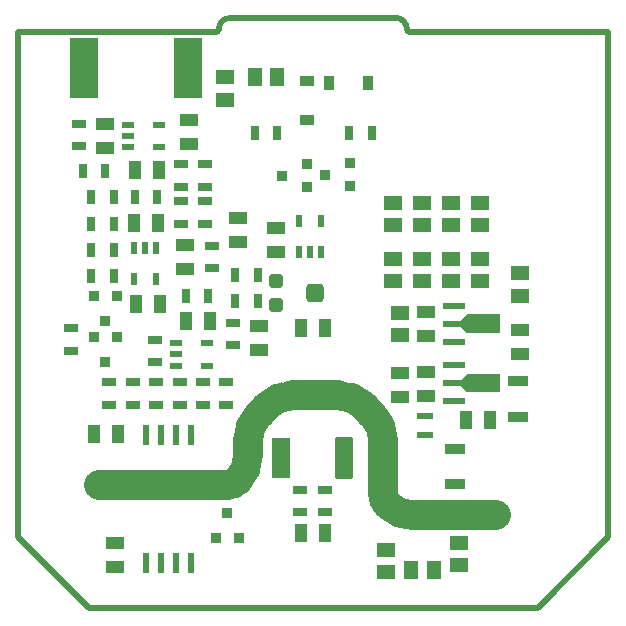
<source format=gtp>
G04*
G04 #@! TF.GenerationSoftware,Altium Limited,CircuitStudio,1.5.2 (30)*
G04*
G04 Layer_Color=7318015*
%FSLAX44Y44*%
%MOMM*%
G71*
G01*
G75*
%ADD10R,1.6000X1.3000*%
%ADD11R,0.6000X1.0000*%
%ADD12R,2.4130X5.0800*%
%ADD13R,1.0000X1.5240*%
%ADD14R,0.2500X0.2500*%
%ADD15R,1.8900X0.5400*%
%ADD16R,1.3000X1.6000*%
%ADD17R,1.3000X0.7000*%
%ADD18R,0.7000X1.3000*%
%ADD19R,0.8128X0.9144*%
%ADD20R,0.9144X0.8128*%
%ADD21R,1.5240X1.0000*%
%ADD22R,1.0000X0.6000*%
%ADD23R,0.9100X1.2200*%
%ADD24R,1.7020X0.9140*%
%ADD25R,1.4000X0.6000*%
%ADD26R,1.4500X0.6000*%
G04:AMPARAMS|DCode=27|XSize=1.6mm|YSize=3.5mm|CornerRadius=0.2mm|HoleSize=0mm|Usage=FLASHONLY|Rotation=0.000|XOffset=0mm|YOffset=0mm|HoleType=Round|Shape=RoundedRectangle|*
%AMROUNDEDRECTD27*
21,1,1.6000,3.1000,0,0,0.0*
21,1,1.2000,3.5000,0,0,0.0*
1,1,0.4000,0.6000,-1.5500*
1,1,0.4000,-0.6000,-1.5500*
1,1,0.4000,-0.6000,1.5500*
1,1,0.4000,0.6000,1.5500*
%
%ADD27ROUNDEDRECTD27*%
%ADD28R,1.6000X3.5000*%
%ADD29R,1.2200X0.9100*%
G04:AMPARAMS|DCode=30|XSize=1.2mm|YSize=1.2mm|CornerRadius=0.3mm|HoleSize=0mm|Usage=FLASHONLY|Rotation=270.000|XOffset=0mm|YOffset=0mm|HoleType=Round|Shape=RoundedRectangle|*
%AMROUNDEDRECTD30*
21,1,1.2000,0.6000,0,0,270.0*
21,1,0.6000,1.2000,0,0,270.0*
1,1,0.6000,-0.3000,-0.3000*
1,1,0.6000,-0.3000,0.3000*
1,1,0.6000,0.3000,0.3000*
1,1,0.6000,0.3000,-0.3000*
%
%ADD30ROUNDEDRECTD30*%
G04:AMPARAMS|DCode=31|XSize=1.6mm|YSize=1.5mm|CornerRadius=0.375mm|HoleSize=0mm|Usage=FLASHONLY|Rotation=270.000|XOffset=0mm|YOffset=0mm|HoleType=Round|Shape=RoundedRectangle|*
%AMROUNDEDRECTD31*
21,1,1.6000,0.7500,0,0,270.0*
21,1,0.8500,1.5000,0,0,270.0*
1,1,0.7500,-0.3750,-0.4250*
1,1,0.7500,-0.3750,0.4250*
1,1,0.7500,0.3750,0.4250*
1,1,0.7500,0.3750,-0.4250*
%
%ADD31ROUNDEDRECTD31*%
%ADD32R,0.6000X1.8000*%
%ADD33C,0.5000*%
%ADD36C,2.5000*%
G36*
X590750Y532750D02*
X562750Y532750D01*
X557500Y538000D01*
X542250Y538000D01*
Y543500D01*
X557500Y543500D01*
X562750Y548750D01*
X590750Y548750D01*
Y532750D01*
D02*
G37*
G36*
Y582750D02*
X562750Y582750D01*
X557500Y588000D01*
X542250Y588000D01*
Y593500D01*
X557500Y593500D01*
X562750Y598750D01*
X590750Y598750D01*
Y582750D01*
D02*
G37*
D10*
X556000Y405500D02*
D03*
Y386500D02*
D03*
X549020Y674210D02*
D03*
Y693210D02*
D03*
X573597Y674210D02*
D03*
Y693210D02*
D03*
X524443Y674210D02*
D03*
Y693210D02*
D03*
X499867Y674210D02*
D03*
Y693210D02*
D03*
X505840Y581250D02*
D03*
Y600250D02*
D03*
X549020Y645710D02*
D03*
Y626710D02*
D03*
X573597Y645710D02*
D03*
Y626710D02*
D03*
X524443Y645710D02*
D03*
Y626710D02*
D03*
X499867Y645710D02*
D03*
Y626710D02*
D03*
X357500Y799500D02*
D03*
Y780500D02*
D03*
X494000Y380500D02*
D03*
Y399500D02*
D03*
X607500Y633500D02*
D03*
Y614500D02*
D03*
D11*
X420500Y678002D02*
D03*
X439499D02*
D03*
Y651998D02*
D03*
X430000D02*
D03*
X420500D02*
D03*
X299499Y655002D02*
D03*
X290000D02*
D03*
X280500D02*
D03*
Y628998D02*
D03*
X299499D02*
D03*
D12*
X238685Y807000D02*
D03*
X326315D02*
D03*
D13*
X422340Y414000D02*
D03*
X442660D02*
D03*
X280840Y676000D02*
D03*
X301160D02*
D03*
X324590Y593000D02*
D03*
X344910D02*
D03*
X281270Y720730D02*
D03*
X301590D02*
D03*
X247340Y497500D02*
D03*
X267660D02*
D03*
X562090Y509750D02*
D03*
X582410D02*
D03*
X282840Y607500D02*
D03*
X303160D02*
D03*
X422340Y587500D02*
D03*
X442660D02*
D03*
D14*
X582750Y590750D02*
D03*
Y540750D02*
D03*
D15*
X551750Y575750D02*
D03*
Y605750D02*
D03*
Y525750D02*
D03*
Y555750D02*
D03*
D16*
X383000Y800000D02*
D03*
X402000D02*
D03*
X534500Y382000D02*
D03*
X515500D02*
D03*
D17*
X359000Y541250D02*
D03*
Y522250D02*
D03*
X260000Y541250D02*
D03*
Y522250D02*
D03*
X339200Y541250D02*
D03*
Y522250D02*
D03*
X279800Y541250D02*
D03*
Y522250D02*
D03*
X299000Y577500D02*
D03*
Y558500D02*
D03*
X442500Y431500D02*
D03*
Y450500D02*
D03*
X321000Y675500D02*
D03*
Y694500D02*
D03*
X319400Y541250D02*
D03*
Y522250D02*
D03*
X321000Y726000D02*
D03*
Y707000D02*
D03*
X341000Y726000D02*
D03*
Y707000D02*
D03*
X365000Y591500D02*
D03*
Y572500D02*
D03*
X299600Y541250D02*
D03*
Y522250D02*
D03*
X421500Y431500D02*
D03*
Y450500D02*
D03*
X227500Y587000D02*
D03*
Y568000D02*
D03*
X341000Y675500D02*
D03*
Y694500D02*
D03*
X234250Y760250D02*
D03*
Y741250D02*
D03*
X347000Y638000D02*
D03*
Y657000D02*
D03*
D18*
X300500Y698000D02*
D03*
X281500D02*
D03*
X263500Y631000D02*
D03*
X244500D02*
D03*
X263500Y675667D02*
D03*
X244500D02*
D03*
X263500Y698000D02*
D03*
X244500D02*
D03*
X383000Y752000D02*
D03*
X402000D02*
D03*
X263500Y653333D02*
D03*
X244500D02*
D03*
X237549Y719790D02*
D03*
X256549D02*
D03*
X463000Y752000D02*
D03*
X482000D02*
D03*
X366500Y610000D02*
D03*
X385500D02*
D03*
Y632000D02*
D03*
X366500D02*
D03*
X343500Y614000D02*
D03*
X324500D02*
D03*
D19*
X359924Y430588D02*
D03*
X369576Y409412D02*
D03*
X350424D02*
D03*
X256576Y558412D02*
D03*
X246924Y579588D02*
D03*
X266076D02*
D03*
Y614588D02*
D03*
X246924D02*
D03*
X256576Y593412D02*
D03*
D20*
X442896Y717064D02*
D03*
X464072Y726716D02*
D03*
Y707564D02*
D03*
X427322Y706564D02*
D03*
Y725716D02*
D03*
X406146Y716064D02*
D03*
D21*
X387000Y589160D02*
D03*
Y568840D02*
D03*
X265000Y405160D02*
D03*
Y384840D02*
D03*
X256500Y760160D02*
D03*
Y739840D02*
D03*
X506000Y549410D02*
D03*
Y529090D02*
D03*
X528250Y549660D02*
D03*
Y529340D02*
D03*
X327500Y743174D02*
D03*
Y763494D02*
D03*
X401000Y651840D02*
D03*
Y672160D02*
D03*
X324000Y657160D02*
D03*
Y636840D02*
D03*
X607250Y585910D02*
D03*
Y565590D02*
D03*
X528250Y580590D02*
D03*
Y600910D02*
D03*
X368500Y680160D02*
D03*
Y659840D02*
D03*
D22*
X275748Y759500D02*
D03*
Y750000D02*
D03*
Y740500D02*
D03*
X301752D02*
D03*
Y759500D02*
D03*
X316747Y574500D02*
D03*
Y565000D02*
D03*
Y555500D02*
D03*
X342752D02*
D03*
Y574500D02*
D03*
D23*
X478850Y795000D02*
D03*
X446150D02*
D03*
D24*
X552750Y485220D02*
D03*
Y454780D02*
D03*
X605750Y542220D02*
D03*
Y511780D02*
D03*
D25*
X527500Y497000D02*
D03*
D26*
Y513000D02*
D03*
D27*
X459000Y477500D02*
D03*
D28*
X405000D02*
D03*
D29*
X427500Y796350D02*
D03*
Y763650D02*
D03*
D30*
X401000Y627000D02*
D03*
Y607000D02*
D03*
D31*
X434000Y617000D02*
D03*
D32*
X290950Y497000D02*
D03*
X303650D02*
D03*
X316350D02*
D03*
X329050D02*
D03*
Y388000D02*
D03*
X316350D02*
D03*
X303650D02*
D03*
X290950D02*
D03*
D33*
X350049Y837549D02*
G03*
X352549Y840049I0J2500D01*
G01*
X362549Y850049D02*
G03*
X352549Y840049I0J-10000D01*
G01*
X512000D02*
G03*
X514500Y837549I2500J0D01*
G01*
X512000Y840049D02*
G03*
X502000Y850049I-10000J0D01*
G01*
X362549D02*
X502000D01*
X667500Y837549D02*
X682500D01*
X514500D02*
X667500D01*
X182500Y837500D02*
X350049D01*
X682500Y410000D02*
Y837549D01*
X622600Y350100D02*
X682500Y410000D01*
X182500D02*
Y837500D01*
X242400Y350100D02*
X622600D01*
X182500Y410000D02*
X242400Y350100D01*
D36*
X359439Y454150D02*
G03*
X368420Y457870I0J12700D01*
G01*
D02*
G03*
X377400Y479550I-21680J21680D01*
G01*
X386380Y513930D02*
G03*
X377400Y492250I21680J-21680D01*
G01*
X415500Y530350D02*
G03*
X393820Y521370I0J-30661D01*
G01*
X475280D02*
G03*
X453600Y530350I-21680J-21680D01*
G01*
X491700Y492250D02*
G03*
X482720Y513930I-30661J0D01*
G01*
X491700Y446711D02*
G03*
X495420Y437730I12700J0D01*
G01*
D02*
G03*
X517100Y428750I21680J21680D01*
G01*
X251000Y454150D02*
X359439D01*
X377400Y479550D02*
Y492250D01*
X386380Y513930D02*
X393820Y521370D01*
X415500Y530350D02*
X453600D01*
X475280Y521370D02*
X482720Y513930D01*
X491700Y446711D02*
Y492250D01*
X517100Y428750D02*
X587250D01*
M02*

</source>
